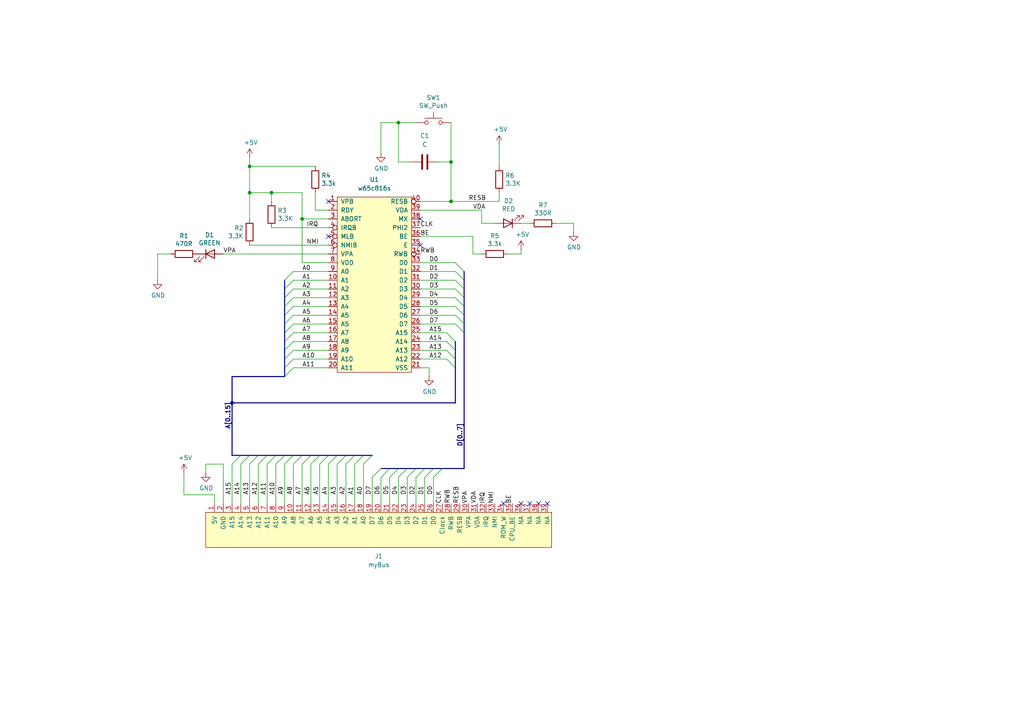
<source format=kicad_sch>
(kicad_sch (version 20231120) (generator "eeschema") (generator_version "8.0")
  (paper "A4")
  (title_block (title "CPU"))
  (lib_symbols
    (symbol "6502:myBus" (pin_names (offset 1.016))
      (property "Reference" "J" (at 57.15 1.27 0))
      (property "Value" "myBus" (at 0 -1.27 0))
      (symbol "myBus_0_1"
        (rectangle (start -44.45 5.08) (end 55.88 -5.08) (fill (type background)))
      )
      (symbol "myBus_1_1"
        (pin power_in line (at -41.91 7.62 270) (length 2.54) (name "5V") (number "1"))
        (pin passive line (at -19.05 7.62 270) (length 2.54) (name "A8") (number "10"))
        (pin passive line (at -16.51 7.62 270) (length 2.54) (name "A7") (number "11"))
        (pin passive line (at -13.97 7.62 270) (length 2.54) (name "A6") (number "12"))
        (pin passive line (at -11.43 7.62 270) (length 2.54) (name "A5") (number "13"))
        (pin passive line (at -8.89 7.62 270) (length 2.54) (name "A4") (number "14"))
        (pin passive line (at -6.35 7.62 270) (length 2.54) (name "A3") (number "15"))
        (pin passive line (at -3.81 7.62 270) (length 2.54) (name "A2") (number "16"))
        (pin passive line (at -1.27 7.62 270) (length 2.54) (name "A1") (number "17"))
        (pin passive line (at 1.27 7.62 270) (length 2.54) (name "A0") (number "18"))
        (pin passive line (at 3.81 7.62 270) (length 2.54) (name "D7") (number "19"))
        (pin power_in line (at -39.37 7.62 270) (length 2.54) (name "GND") (number "2"))
        (pin passive line (at 6.35 7.62 270) (length 2.54) (name "D6") (number "20"))
        (pin passive line (at 8.89 7.62 270) (length 2.54) (name "D5") (number "21"))
        (pin passive line (at 11.43 7.62 270) (length 2.54) (name "D4") (number "22"))
        (pin passive line (at 13.97 7.62 270) (length 2.54) (name "D3") (number "23"))
        (pin passive line (at 16.51 7.62 270) (length 2.54) (name "D2") (number "24"))
        (pin passive line (at 19.05 7.62 270) (length 2.54) (name "D1") (number "25"))
        (pin passive line (at 21.59 7.62 270) (length 2.54) (name "D0") (number "26"))
        (pin passive line (at 24.13 7.62 270) (length 2.54) (name "Clock") (number "27"))
        (pin passive line (at 26.67 7.62 270) (length 2.54) (name "RWB") (number "28"))
        (pin passive line (at 29.21 7.62 270) (length 2.54) (name "RESB") (number "29"))
        (pin passive line (at -36.83 7.62 270) (length 2.54) (name "A15") (number "3"))
        (pin passive line (at 31.75 7.62 270) (length 2.54) (name "VPA") (number "30"))
        (pin passive line (at 34.29 7.62 270) (length 2.54) (name "VDA") (number "31"))
        (pin passive line (at 36.83 7.62 270) (length 2.54) (name "IRQ") (number "32"))
        (pin passive line (at 39.37 7.62 270) (length 2.54) (name "NMI") (number "33"))
        (pin passive line (at 41.91 7.62 270) (length 2.54) (name "ROM_W") (number "34"))
        (pin passive line (at 44.45 7.62 270) (length 2.54) (name "CPU_BE") (number "35"))
        (pin passive line (at 46.99 7.62 270) (length 2.54) (name "NA") (number "36"))
        (pin passive line (at 49.53 7.62 270) (length 2.54) (name "NA") (number "37"))
        (pin passive line (at 52.07 7.62 270) (length 2.54) (name "NA") (number "38"))
        (pin passive line (at 54.61 7.62 270) (length 2.54) (name "NA") (number "39"))
        (pin passive line (at -34.29 7.62 270) (length 2.54) (name "A14") (number "4"))
        (pin passive line (at -31.75 7.62 270) (length 2.54) (name "A13") (number "5"))
        (pin passive line (at -29.21 7.62 270) (length 2.54) (name "A12") (number "6"))
        (pin passive line (at -26.67 7.62 270) (length 2.54) (name "A11") (number "7"))
        (pin passive line (at -24.13 7.62 270) (length 2.54) (name "A10") (number "8"))
        (pin passive line (at -21.59 7.62 270) (length 2.54) (name "A9") (number "9"))
      )
    )
    (symbol "6502:w65c816s" (pin_names (offset 1.016))
      (property "Reference" "U" (at 0 25.4 0))
      (property "Value" "w65c816s" (at 0 0 90))
      (symbol "w65c816s_0_1"
        (rectangle (start -11.43 -27.94) (end 10.16 22.86) (fill (type background)))
      )
      (symbol "w65c816s_1_1"
        (pin output line (at -13.97 21.59 0) (length 2.54) (name "VPB") (number "1"))
        (pin output line (at -13.97 -1.27 0) (length 2.54) (name "A1") (number "10"))
        (pin output line (at -13.97 -3.81 0) (length 2.54) (name "A2") (number "11"))
        (pin output line (at -13.97 -6.35 0) (length 2.54) (name "A3") (number "12"))
        (pin output line (at -13.97 -8.89 0) (length 2.54) (name "A4") (number "13"))
        (pin output line (at -13.97 -11.43 0) (length 2.54) (name "A5") (number "14"))
        (pin output line (at -13.97 -13.97 0) (length 2.54) (name "A5") (number "15"))
        (pin output line (at -13.97 -16.51 0) (length 2.54) (name "A7") (number "16"))
        (pin output line (at -13.97 -19.05 0) (length 2.54) (name "A8") (number "17"))
        (pin output line (at -13.97 -21.59 0) (length 2.54) (name "A9") (number "18"))
        (pin output line (at -13.97 -24.13 0) (length 2.54) (name "A10") (number "19"))
        (pin bidirectional line (at -13.97 19.05 0) (length 2.54) (name "RDY") (number "2"))
        (pin output line (at -13.97 -26.67 0) (length 2.54) (name "A11") (number "20"))
        (pin power_in line (at 12.7 -26.67 180) (length 2.54) (name "VSS") (number "21"))
        (pin output line (at 12.7 -24.13 180) (length 2.54) (name "A12") (number "22"))
        (pin output line (at 12.7 -21.59 180) (length 2.54) (name "A13") (number "23"))
        (pin output line (at 12.7 -19.05 180) (length 2.54) (name "A14") (number "24"))
        (pin output line (at 12.7 -16.51 180) (length 2.54) (name "A15") (number "25"))
        (pin bidirectional line (at 12.7 -13.97 180) (length 2.54) (name "D7") (number "26"))
        (pin bidirectional line (at 12.7 -11.43 180) (length 2.54) (name "D6") (number "27"))
        (pin bidirectional line (at 12.7 -8.89 180) (length 2.54) (name "D5") (number "28"))
        (pin bidirectional line (at 12.7 -6.35 180) (length 2.54) (name "D4") (number "29"))
        (pin input line (at -13.97 16.51 0) (length 2.54) (name "ABORT") (number "3"))
        (pin bidirectional line (at 12.7 -3.81 180) (length 2.54) (name "D3") (number "30"))
        (pin bidirectional line (at 12.7 -1.27 180) (length 2.54) (name "D2") (number "31"))
        (pin bidirectional line (at 12.7 1.27 180) (length 2.54) (name "D1") (number "32"))
        (pin bidirectional line (at 12.7 3.81 180) (length 2.54) (name "D0") (number "33"))
        (pin output inverted (at 12.7 6.35 180) (length 2.54) (name "RWB") (number "34"))
        (pin output line (at 12.7 8.89 180) (length 2.54) (name "E") (number "35"))
        (pin input line (at 12.7 11.43 180) (length 2.54) (name "BE") (number "36"))
        (pin input line (at 12.7 13.97 180) (length 2.54) (name "PHI2") (number "37"))
        (pin output line (at 12.7 16.51 180) (length 2.54) (name "MX") (number "38"))
        (pin output line (at 12.7 19.05 180) (length 2.54) (name "VDA") (number "39"))
        (pin input inverted (at -13.97 13.97 0) (length 2.54) (name "IRQB") (number "4"))
        (pin input inverted (at 12.7 21.59 180) (length 2.54) (name "RESB") (number "40"))
        (pin output inverted (at -13.97 11.43 0) (length 2.54) (name "MLB") (number "5"))
        (pin input inverted (at -13.97 8.89 0) (length 2.54) (name "NMIB") (number "6"))
        (pin output line (at -13.97 6.35 0) (length 2.54) (name "VPA") (number "7"))
        (pin power_in line (at -13.97 3.81 0) (length 2.54) (name "VDD") (number "8"))
        (pin output line (at -13.97 1.27 0) (length 2.54) (name "A0") (number "9"))
      )
    )
    (symbol "Device:C" (pin_numbers hide) (pin_names (offset 0.254))
      (property "Reference" "C" (at 0.635 2.54 0))
      (property "Value" "C" (at 0.635 -2.54 0))
      (symbol "C_0_1"
        (polyline (pts (xy -2.032 -0.762) (xy 2.032 -0.762)) (stroke (width 0.508)))
        (polyline (pts (xy -2.032 0.762) (xy 2.032 0.762)) (stroke (width 0.508)))
      )
      (symbol "C_1_1"
        (pin passive line (at 0 3.81 270) (length 2.794) (name "~") (number "1"))
        (pin passive line (at 0 -3.81 90) (length 2.794) (name "~") (number "2"))
      )
    )
    (symbol "Device:LED" (pin_numbers hide) (pin_names (offset 1.016) hide)
      (property "Reference" "D" (at 0 2.54 0))
      (property "Value" "LED" (at 0 -2.54 0))
      (symbol "LED_0_1"
        (polyline (pts (xy -1.27 -1.27) (xy -1.27 1.27)) (stroke (width 0.254)))
        (polyline (pts (xy -1.27 0) (xy 1.27 0)))
        (polyline (pts (xy 1.27 -1.27) (xy 1.27 1.27) (xy -1.27 0) (xy 1.27 -1.27)) (stroke (width 0.254)))
        (polyline (pts (xy -3.048 -0.762) (xy -4.572 -2.286) (xy -3.81 -2.286) (xy -4.572 -2.286) (xy -4.572 -1.524)))
        (polyline (pts (xy -1.778 -0.762) (xy -3.302 -2.286) (xy -2.54 -2.286) (xy -3.302 -2.286) (xy -3.302 -1.524)))
      )
      (symbol "LED_1_1"
        (pin passive line (at -3.81 0 0) (length 2.54) (name "K") (number "1"))
        (pin passive line (at 3.81 0 180) (length 2.54) (name "A") (number "2"))
      )
    )
    (symbol "Device:R" (pin_numbers hide) (pin_names (offset 0))
      (property "Reference" "R" (at 2.032 0 90))
      (property "Value" "R" (at 0 0 90))
      (symbol "R_0_1"
        (rectangle (start -1.016 -2.54) (end 1.016 2.54) (stroke (width 0.254)))
      )
      (symbol "R_1_1"
        (pin passive line (at 0 3.81 270) (length 1.27) (name "~") (number "1"))
        (pin passive line (at 0 -3.81 90) (length 1.27) (name "~") (number "2"))
      )
    )
    (symbol "Switch:SW_Push" (pin_numbers hide) (pin_names (offset 1.016) hide)
      (property "Reference" "SW" (at 1.27 2.54 0))
      (property "Value" "SW_Push" (at 0 -1.524 0))
      (symbol "SW_Push_0_1"
        (circle (center -2.032 0) (radius 0.508))
        (polyline (pts (xy 0 1.27) (xy 0 3.048)))
        (polyline (pts (xy 2.54 1.27) (xy -2.54 1.27)))
        (circle (center 2.032 0) (radius 0.508))
        (pin passive line (at -5.08 0 0) (length 2.54) (name "1") (number "1"))
        (pin passive line (at 5.08 0 180) (length 2.54) (name "2") (number "2"))
      )
    )
    (symbol "power:+5V" (power) (pin_numbers hide) (pin_names (offset 0) hide)
      (property "Value" "+5V" (at 0 3.556 0))
      (symbol "+5V_0_1"
        (polyline (pts (xy -0.762 1.27) (xy 0 2.54)))
        (polyline (pts (xy 0 0) (xy 0 2.54)))
        (polyline (pts (xy 0 2.54) (xy 0.762 1.27)))
      )
      (symbol "+5V_1_1"
        (pin power_in line (at 0 0 90) (length 0) (name "~") (number "1"))
      )
    )
    (symbol "power:GND" (power) (pin_numbers hide) (pin_names (offset 0) hide)
      (property "Value" "GND" (at 0 -3.81 0))
      (symbol "GND_0_1"
        (polyline (pts (xy 0 0) (xy 0 -1.27) (xy 1.27 -1.27) (xy 0 -2.54) (xy -1.27 -1.27) (xy 0 -1.27)))
      )
      (symbol "GND_1_1"
        (pin power_in line (at 0 0 270) (length 0) (name "~") (number "1"))
      )
    )
  )
  (junction (at 67.31 116.84))
  (junction (at 72.39 48.26))
  (junction (at 130.81 46.99))
  (junction (at 87.63 63.5))
  (junction (at 115.57 35.56))
  (junction (at 78.74 55.88))
  (junction (at 130.81 58.42))
  (junction (at 72.39 55.88))
  (no_connect (at 158.75 146.05))
  (no_connect (at 121.92 63.5))
  (no_connect (at 156.21 146.05))
  (no_connect (at 121.92 71.12))
  (no_connect (at 95.25 58.42))
  (no_connect (at 153.67 146.05))
  (no_connect (at 151.13 146.05))
  (no_connect (at 146.05 146.05))
  (no_connect (at 95.25 68.58))
  (bus_entry (at 82.55 96.52) (size 2.54 -2.54))
  (bus_entry (at 97.79 134.62) (size 2.54 -2.54))
  (bus_entry (at 132.08 81.28) (size 2.54 2.54))
  (bus_entry (at 87.63 134.62) (size 2.54 -2.54))
  (bus_entry (at 132.08 78.74) (size 2.54 2.54))
  (bus_entry (at 82.55 101.6) (size 2.54 -2.54))
  (bus_entry (at 118.11 138.43) (size 2.54 -2.54))
  (bus_entry (at 82.55 93.98) (size 2.54 -2.54))
  (bus_entry (at 92.71 134.62) (size 2.54 -2.54))
  (bus_entry (at 82.55 83.82) (size 2.54 -2.54))
  (bus_entry (at 107.95 138.43) (size 2.54 -2.54))
  (bus_entry (at 80.01 134.62) (size 2.54 -2.54))
  (bus_entry (at 102.87 134.62) (size 2.54 -2.54))
  (bus_entry (at 95.25 134.62) (size 2.54 -2.54))
  (bus_entry (at 82.55 86.36) (size 2.54 -2.54))
  (bus_entry (at 72.39 134.62) (size 2.54 -2.54))
  (bus_entry (at 129.54 99.06) (size 2.54 2.54))
  (bus_entry (at 123.19 138.43) (size 2.54 -2.54))
  (bus_entry (at 85.09 134.62) (size 2.54 -2.54))
  (bus_entry (at 113.03 138.43) (size 2.54 -2.54))
  (bus_entry (at 82.55 99.06) (size 2.54 -2.54))
  (bus_entry (at 82.55 104.14) (size 2.54 -2.54))
  (bus_entry (at 132.08 88.9) (size 2.54 2.54))
  (bus_entry (at 77.47 134.62) (size 2.54 -2.54))
  (bus_entry (at 129.54 96.52) (size 2.54 2.54))
  (bus_entry (at 132.08 86.36) (size 2.54 2.54))
  (bus_entry (at 82.55 134.62) (size 2.54 -2.54))
  (bus_entry (at 82.55 109.22) (size 2.54 -2.54))
  (bus_entry (at 74.93 134.62) (size 2.54 -2.54))
  (bus_entry (at 110.49 138.43) (size 2.54 -2.54))
  (bus_entry (at 69.85 134.62) (size 2.54 -2.54))
  (bus_entry (at 129.54 101.6) (size 2.54 2.54))
  (bus_entry (at 132.08 91.44) (size 2.54 2.54))
  (bus_entry (at 67.31 134.62) (size 2.54 -2.54))
  (bus_entry (at 100.33 134.62) (size 2.54 -2.54))
  (bus_entry (at 82.55 91.44) (size 2.54 -2.54))
  (bus_entry (at 132.08 83.82) (size 2.54 2.54))
  (bus_entry (at 120.65 138.43) (size 2.54 -2.54))
  (bus_entry (at 105.41 134.62) (size 2.54 -2.54))
  (bus_entry (at 82.55 106.68) (size 2.54 -2.54))
  (bus_entry (at 132.08 76.2) (size 2.54 2.54))
  (bus_entry (at 125.73 138.43) (size 2.54 -2.54))
  (bus_entry (at 132.08 93.98) (size 2.54 2.54))
  (bus_entry (at 129.54 104.14) (size 2.54 2.54))
  (bus_entry (at 82.55 81.28) (size 2.54 -2.54))
  (bus_entry (at 82.55 88.9) (size 2.54 -2.54))
  (bus_entry (at 90.17 134.62) (size 2.54 -2.54))
  (bus_entry (at 115.57 138.43) (size 2.54 -2.54))
  (bus (pts (xy 123.19 135.89) (xy 125.73 135.89)))
  (wire (pts (xy 100.33 134.62) (xy 100.33 146.05)))
  (wire (pts (xy 78.74 66.04) (xy 95.25 66.04)))
  (wire (pts (xy 85.09 86.36) (xy 95.25 86.36)))
  (wire (pts (xy 118.11 138.43) (xy 118.11 146.05)))
  (wire (pts (xy 121.92 76.2) (xy 132.08 76.2)))
  (wire (pts (xy 144.78 58.42) (xy 130.81 58.42)))
  (wire (pts (xy 95.25 91.44) (xy 85.09 91.44)))
  (wire (pts (xy 115.57 46.99) (xy 119.38 46.99)))
  (wire (pts (xy 95.25 106.68) (xy 85.09 106.68)))
  (wire (pts (xy 132.08 83.82) (xy 121.92 83.82)))
  (bus (pts (xy 82.55 93.98) (xy 82.55 96.52)))
  (wire (pts (xy 91.44 55.88) (xy 91.44 60.96)))
  (wire (pts (xy 161.29 64.77) (xy 166.37 64.77)))
  (wire (pts (xy 87.63 146.05) (xy 87.63 134.62)))
  (bus (pts (xy 134.62 78.74) (xy 134.62 81.28)))
  (bus (pts (xy 82.55 81.28) (xy 82.55 83.82)))
  (bus (pts (xy 134.62 88.9) (xy 134.62 91.44)))
  (wire (pts (xy 90.17 134.62) (xy 90.17 146.05)))
  (bus (pts (xy 80.01 132.08) (xy 82.55 132.08)))
  (wire (pts (xy 95.25 101.6) (xy 85.09 101.6)))
  (wire (pts (xy 121.92 60.96) (xy 139.7 60.96)))
  (bus (pts (xy 77.47 132.08) (xy 80.01 132.08)))
  (bus (pts (xy 82.55 99.06) (xy 82.55 101.6)))
  (bus (pts (xy 115.57 135.89) (xy 118.11 135.89)))
  (wire (pts (xy 97.79 134.62) (xy 97.79 146.05)))
  (bus (pts (xy 82.55 101.6) (xy 82.55 104.14)))
  (wire (pts (xy 130.81 46.99) (xy 130.81 58.42)))
  (wire (pts (xy 95.25 134.62) (xy 95.25 146.05)))
  (wire (pts (xy 72.39 48.26) (xy 72.39 45.72)))
  (bus (pts (xy 132.08 106.68) (xy 132.08 116.84)))
  (wire (pts (xy 144.78 55.88) (xy 144.78 58.42)))
  (wire (pts (xy 115.57 35.56) (xy 110.49 35.56)))
  (wire (pts (xy 78.74 55.88) (xy 87.63 55.88)))
  (bus (pts (xy 69.85 132.08) (xy 72.39 132.08)))
  (wire (pts (xy 102.87 134.62) (xy 102.87 146.05)))
  (bus (pts (xy 132.08 116.84) (xy 67.31 116.84)))
  (wire (pts (xy 45.72 81.28) (xy 45.72 73.66)))
  (wire (pts (xy 121.92 99.06) (xy 129.54 99.06)))
  (bus (pts (xy 74.93 132.08) (xy 77.47 132.08)))
  (bus (pts (xy 82.55 83.82) (xy 82.55 86.36)))
  (wire (pts (xy 123.19 146.05) (xy 123.19 138.43)))
  (wire (pts (xy 85.09 104.14) (xy 95.25 104.14)))
  (wire (pts (xy 124.46 106.68) (xy 124.46 109.22)))
  (wire (pts (xy 113.03 138.43) (xy 113.03 146.05)))
  (wire (pts (xy 62.23 143.51) (xy 53.34 143.51)))
  (wire (pts (xy 82.55 146.05) (xy 82.55 134.62)))
  (wire (pts (xy 59.69 137.16) (xy 59.69 134.62)))
  (wire (pts (xy 78.74 58.42) (xy 78.74 55.88)))
  (wire (pts (xy 121.92 81.28) (xy 132.08 81.28)))
  (bus (pts (xy 95.25 132.08) (xy 97.79 132.08)))
  (bus (pts (xy 100.33 132.08) (xy 102.87 132.08)))
  (bus (pts (xy 128.27 135.89) (xy 134.62 135.89)))
  (bus (pts (xy 82.55 96.52) (xy 82.55 99.06)))
  (wire (pts (xy 62.23 146.05) (xy 62.23 143.51)))
  (wire (pts (xy 69.85 134.62) (xy 69.85 146.05)))
  (bus (pts (xy 134.62 91.44) (xy 134.62 93.98)))
  (wire (pts (xy 125.73 138.43) (xy 125.73 146.05)))
  (bus (pts (xy 90.17 132.08) (xy 92.71 132.08)))
  (wire (pts (xy 121.92 101.6) (xy 129.54 101.6)))
  (wire (pts (xy 121.92 91.44) (xy 132.08 91.44)))
  (wire (pts (xy 115.57 46.99) (xy 115.57 35.56)))
  (bus (pts (xy 132.08 104.14) (xy 132.08 106.68)))
  (wire (pts (xy 95.25 76.2) (xy 87.63 76.2)))
  (bus (pts (xy 82.55 88.9) (xy 82.55 91.44)))
  (bus (pts (xy 67.31 109.22) (xy 82.55 109.22)))
  (bus (pts (xy 134.62 86.36) (xy 134.62 88.9)))
  (wire (pts (xy 85.09 99.06) (xy 95.25 99.06)))
  (wire (pts (xy 80.01 134.62) (xy 80.01 146.05)))
  (wire (pts (xy 151.13 73.66) (xy 151.13 72.39)))
  (wire (pts (xy 121.92 58.42) (xy 130.81 58.42)))
  (bus (pts (xy 113.03 135.89) (xy 115.57 135.89)))
  (wire (pts (xy 85.09 134.62) (xy 85.09 146.05)))
  (wire (pts (xy 91.44 60.96) (xy 95.25 60.96)))
  (wire (pts (xy 132.08 78.74) (xy 121.92 78.74)))
  (wire (pts (xy 139.7 60.96) (xy 139.7 64.77)))
  (wire (pts (xy 53.34 143.51) (xy 53.34 137.16)))
  (wire (pts (xy 72.39 71.12) (xy 95.25 71.12)))
  (bus (pts (xy 105.41 132.08) (xy 107.95 132.08)))
  (wire (pts (xy 64.77 73.66) (xy 95.25 73.66)))
  (bus (pts (xy 82.55 106.68) (xy 82.55 109.22)))
  (bus (pts (xy 120.65 135.89) (xy 123.19 135.89)))
  (wire (pts (xy 166.37 64.77) (xy 166.37 67.31)))
  (wire (pts (xy 120.65 35.56) (xy 115.57 35.56)))
  (wire (pts (xy 72.39 55.88) (xy 72.39 48.26)))
  (wire (pts (xy 85.09 88.9) (xy 95.25 88.9)))
  (wire (pts (xy 105.41 134.62) (xy 105.41 146.05)))
  (bus (pts (xy 134.62 96.52) (xy 134.62 135.89)))
  (wire (pts (xy 85.09 93.98) (xy 95.25 93.98)))
  (bus (pts (xy 87.63 132.08) (xy 90.17 132.08)))
  (wire (pts (xy 110.49 146.05) (xy 110.49 138.43)))
  (wire (pts (xy 144.78 41.91) (xy 144.78 48.26)))
  (bus (pts (xy 132.08 101.6) (xy 132.08 104.14)))
  (bus (pts (xy 82.55 91.44) (xy 82.55 93.98)))
  (wire (pts (xy 132.08 93.98) (xy 121.92 93.98)))
  (wire (pts (xy 121.92 96.52) (xy 129.54 96.52)))
  (wire (pts (xy 110.49 35.56) (xy 110.49 44.45)))
  (wire (pts (xy 72.39 55.88) (xy 72.39 63.5)))
  (wire (pts (xy 45.72 73.66) (xy 49.53 73.66)))
  (wire (pts (xy 74.93 134.62) (xy 74.93 146.05)))
  (wire (pts (xy 87.63 55.88) (xy 87.63 63.5)))
  (wire (pts (xy 137.16 73.66) (xy 139.7 73.66)))
  (wire (pts (xy 85.09 78.74) (xy 95.25 78.74)))
  (bus (pts (xy 67.31 132.08) (xy 69.85 132.08)))
  (wire (pts (xy 139.7 64.77) (xy 143.51 64.77)))
  (bus (pts (xy 134.62 93.98) (xy 134.62 96.52)))
  (bus (pts (xy 134.62 83.82) (xy 134.62 86.36)))
  (bus (pts (xy 132.08 99.06) (xy 132.08 101.6)))
  (bus (pts (xy 67.31 116.84) (xy 67.31 109.22)))
  (wire (pts (xy 77.47 146.05) (xy 77.47 134.62)))
  (wire (pts (xy 92.71 146.05) (xy 92.71 134.62)))
  (wire (pts (xy 127 46.99) (xy 130.81 46.99)))
  (wire (pts (xy 115.57 146.05) (xy 115.57 138.43)))
  (wire (pts (xy 121.92 86.36) (xy 132.08 86.36)))
  (bus (pts (xy 118.11 135.89) (xy 120.65 135.89)))
  (wire (pts (xy 59.69 134.62) (xy 64.77 134.62)))
  (wire (pts (xy 95.25 96.52) (xy 85.09 96.52)))
  (wire (pts (xy 87.63 63.5) (xy 95.25 63.5)))
  (wire (pts (xy 137.16 68.58) (xy 137.16 73.66)))
  (bus (pts (xy 102.87 132.08) (xy 105.41 132.08)))
  (bus (pts (xy 125.73 135.89) (xy 128.27 135.89)))
  (wire (pts (xy 91.44 48.26) (xy 72.39 48.26)))
  (wire (pts (xy 121.92 104.14) (xy 129.54 104.14)))
  (wire (pts (xy 87.63 76.2) (xy 87.63 63.5)))
  (wire (pts (xy 130.81 35.56) (xy 130.81 46.99)))
  (bus (pts (xy 82.55 104.14) (xy 82.55 106.68)))
  (bus (pts (xy 134.62 81.28) (xy 134.62 83.82)))
  (wire (pts (xy 64.77 134.62) (xy 64.77 146.05)))
  (bus (pts (xy 92.71 132.08) (xy 95.25 132.08)))
  (bus (pts (xy 82.55 86.36) (xy 82.55 88.9)))
  (wire (pts (xy 85.09 81.28) (xy 95.25 81.28)))
  (bus (pts (xy 67.31 116.84) (xy 67.31 132.08)))
  (wire (pts (xy 67.31 134.62) (xy 67.31 146.05)))
  (wire (pts (xy 121.92 106.68) (xy 124.46 106.68)))
  (wire (pts (xy 107.95 138.43) (xy 107.95 146.05)))
  (wire (pts (xy 72.39 134.62) (xy 72.39 146.05)))
  (wire (pts (xy 151.13 64.77) (xy 153.67 64.77)))
  (wire (pts (xy 85.09 83.82) (xy 95.25 83.82)))
  (wire (pts (xy 78.74 55.88) (xy 72.39 55.88)))
  (wire (pts (xy 121.92 68.58) (xy 137.16 68.58)))
  (wire (pts (xy 147.32 73.66) (xy 151.13 73.66)))
  (wire (pts (xy 120.65 138.43) (xy 120.65 146.05)))
  (bus (pts (xy 85.09 132.08) (xy 87.63 132.08)))
  (bus (pts (xy 82.55 132.08) (xy 85.09 132.08)))
  (bus (pts (xy 110.49 135.89) (xy 113.03 135.89)))
  (bus (pts (xy 72.39 132.08) (xy 74.93 132.08)))
  (bus (pts (xy 97.79 132.08) (xy 100.33 132.08)))
  (wire (pts (xy 132.08 88.9) (xy 121.92 88.9)))
  (label "A6" (at 87.63 93.98 0))
  (label "A11" (at 87.63 106.68 0))
  (label "A10" (at 80.01 143.51 90))
  (label "A15" (at 124.46 96.52 0))
  (label "IRQ" (at 88.9 66.04 0))
  (label "A12" (at 74.93 143.51 90))
  (label "D6" (at 110.49 143.51 90))
  (label "A9" (at 87.63 101.6 0))
  (label "A0" (at 87.63 78.74 0))
  (label "A5" (at 92.71 143.51 90))
  (label "A4" (at 87.63 88.9 0))
  (label "A10" (at 87.63 104.14 0))
  (label "D3" (at 124.46 83.82 0))
  (label "VPA" (at 64.77 73.66 0))
  (label "A15" (at 67.31 143.51 90))
  (label "A7" (at 87.63 96.52 0))
  (label "RWB" (at 121.92 73.66 0))
  (label "D1" (at 124.46 78.74 0))
  (label "BE" (at 121.92 68.58 0))
  (label "A[0..15]" (at 67.31 124.46 90) (effects (font (bold yes))))
  (label "NMI" (at 88.9 71.12 0))
  (label "D3" (at 118.11 143.51 90))
  (label "A0" (at 105.41 143.51 90))
  (label "A7" (at 87.63 143.51 90))
  (label "A8" (at 87.63 99.06 0))
  (label "NMI" (at 143.51 146.05 90))
  (label "A1" (at 87.63 81.28 0))
  (label "D7" (at 107.95 143.51 90))
  (label "RWB" (at 130.81 146.05 90))
  (label "A2" (at 100.33 143.51 90))
  (label "RESB" (at 133.35 146.05 90))
  (label "VPA" (at 135.89 146.05 90))
  (label "D1" (at 123.19 143.51 90))
  (label "CLK" (at 121.92 66.04 0))
  (label "D6" (at 124.46 91.44 0))
  (label "A9" (at 82.55 143.51 90))
  (label "A3" (at 87.63 86.36 0))
  (label "D2" (at 120.65 143.51 90))
  (label "A14" (at 69.85 143.51 90))
  (label "RESB" (at 135.89 58.42 0))
  (label "A4" (at 95.25 143.51 90))
  (label "D2" (at 124.46 81.28 0))
  (label "A2" (at 87.63 83.82 0))
  (label "A14" (at 124.46 99.06 0))
  (label "D5" (at 113.03 143.51 90))
  (label "A8" (at 85.09 143.51 90))
  (label "D7" (at 124.46 93.98 0))
  (label "D4" (at 115.57 143.51 90))
  (label "D[0..7]" (at 134.62 129.54 90) (effects (font (bold yes))))
  (label "IRQ" (at 140.97 146.05 90))
  (label "D4" (at 124.46 86.36 0))
  (label "A13" (at 124.46 101.6 0))
  (label "A6" (at 90.17 143.51 90))
  (label "D0" (at 124.46 76.2 0))
  (label "BE" (at 148.59 146.05 90))
  (label "A3" (at 97.79 143.51 90))
  (label "A1" (at 102.87 143.51 90))
  (label "A13" (at 72.39 143.51 90))
  (label "A5" (at 87.63 91.44 0))
  (label "D0" (at 125.73 143.51 90))
  (label "A11" (at 77.47 143.51 90))
  (label "D5" (at 124.46 88.9 0))
  (label "VDA" (at 138.43 146.05 90))
  (label "A12" (at 124.46 104.14 0))
  (label "CLK" (at 128.27 146.05 90))
  (label "VDA" (at 137.16 60.96 0))
  (symbol (lib_id "6502:myBus") (at 104.14 153.67 0) (unit 1)
    (property "Reference" "J1" (at 109.855 161.29 0))
    (property "Value" "myBus" (at 109.855 163.83 0))
  )
  (symbol (lib_id "power:GND") (at 110.49 44.45 0) (unit 1)
    (property "Reference" "#PWR07" (effects (hide yes)))
    (property "Value" "GND" (at 110.617 48.8442 0))
    (property "Description" "Power symbol creates a global label with name \"GND\" , ground" (effects (hide yes)))
  )
  (symbol (lib_id "Switch:SW_Push") (at 125.73 35.56 0) (unit 1)
    (property "Reference" "SW1" (at 125.73 28.321 0))
    (property "Value" "SW_Push" (at 125.73 30.6324 0))
    (property "Description" "Push button switch, generic, two pins" (effects (hide yes)))
  )
  (symbol (lib_id "power:GND") (at 45.72 81.28 0) (unit 1)
    (property "Reference" "#PWR03" (effects (hide yes)))
    (property "Value" "GND" (at 45.847 85.6742 0))
    (property "Description" "Power symbol creates a global label with name \"GND\" , ground" (effects (hide yes)))
  )
  (symbol (lib_id "Device:R") (at 144.78 52.07 0) (unit 1)
    (property "Reference" "R6" (at 146.558 50.9016 0) (effects (justify left)))
    (property "Value" "3.3K" (at 146.558 53.213 0) (effects (justify left)))
    (property "Description" "Resistor" (effects (hide yes)))
  )
  (symbol (lib_id "power:GND") (at 124.46 109.22 0) (unit 1)
    (property "Reference" "#PWR08" (effects (hide yes)))
    (property "Value" "GND" (at 124.587 113.6142 0))
    (property "Description" "Power symbol creates a global label with name \"GND\" , ground" (effects (hide yes)))
  )
  (symbol (lib_id "Device:R") (at 72.39 67.31 0) (unit 1)
    (property "Reference" "R2" (at 70.6374 66.1416 0) (effects (justify right)))
    (property "Value" "3.3K" (at 70.6374 68.453 0) (effects (justify right)))
    (property "Description" "Resistor" (effects (hide yes)))
  )
  (symbol (lib_id "Device:LED") (at 60.96 73.66 0) (unit 1)
    (property "Reference" "D1" (at 60.7822 68.1482 0))
    (property "Value" "GREEN" (at 60.7822 70.4596 0))
    (property "Description" "Light emitting diode" (effects (hide yes)))
  )
  (symbol (lib_id "Device:R") (at 91.44 52.07 180) (unit 1)
    (property "Reference" "R4" (at 93.218 50.9016 0) (effects (justify right)))
    (property "Value" "3.3k" (at 93.218 53.213 0) (effects (justify right)))
    (property "Description" "Resistor" (effects (hide yes)))
  )
  (symbol (lib_id "power:GND") (at 59.69 137.16 0) (unit 1)
    (property "Reference" "#PWR05" (effects (hide yes)))
    (property "Value" "GND" (at 59.817 141.5542 0))
    (property "Description" "Power symbol creates a global label with name \"GND\" , ground" (effects (hide yes)))
  )
  (symbol (lib_id "Device:R") (at 53.34 73.66 270) (unit 1)
    (property "Reference" "R1" (at 53.34 68.4022 90))
    (property "Value" "470R" (at 53.34 70.7136 90))
    (property "Description" "Resistor" (effects (hide yes)))
  )
  (symbol (lib_id "Device:R") (at 157.48 64.77 270) (unit 1)
    (property "Reference" "R7" (at 157.48 59.5122 90))
    (property "Value" "330R" (at 157.48 61.8236 90))
    (property "Description" "Resistor" (effects (hide yes)))
  )
  (symbol (lib_id "power:GND") (at 166.37 67.31 0) (unit 1)
    (property "Reference" "#PWR011" (effects (hide yes)))
    (property "Value" "GND" (at 166.497 71.7042 0))
    (property "Description" "Power symbol creates a global label with name \"GND\" , ground" (effects (hide yes)))
  )
  (symbol (lib_id "Device:LED") (at 147.32 64.77 180) (unit 1)
    (property "Reference" "D2" (at 147.4978 58.293 0))
    (property "Value" "RED" (at 147.4978 60.6044 0))
    (property "Description" "Light emitting diode" (effects (hide yes)))
  )
  (symbol (lib_id "6502:w65c816s") (at 109.22 80.01 0) (unit 1)
    (property "Reference" "U1" (at 108.585 52.07 0))
    (property "Value" "w65c816s" (at 108.585 54.61 0))
  )
  (symbol (lib_id "power:+5V") (at 144.78 41.91 0) (unit 1)
    (property "Reference" "#PWR09" (effects (hide yes)))
    (property "Value" "+5V" (at 145.161 37.5158 0))
    (property "Description" "Power symbol creates a global label with name \"+5V\"" (effects (hide yes)))
  )
  (symbol (lib_id "power:+5V") (at 53.34 137.16 0) (unit 1)
    (property "Reference" "#PWR04" (effects (hide yes)))
    (property "Value" "+5V" (at 53.721 132.7658 0))
    (property "Description" "Power symbol creates a global label with name \"+5V\"" (effects (hide yes)))
  )
  (symbol (lib_id "Device:R") (at 143.51 73.66 90) (unit 1)
    (property "Reference" "R5" (at 143.51 68.4022 90))
    (property "Value" "3.3k" (at 143.51 70.7136 90))
    (property "Description" "Resistor" (effects (hide yes)))
  )
  (symbol (lib_id "power:+5V") (at 151.13 72.39 0) (unit 1)
    (property "Reference" "#PWR010" (effects (hide yes)))
    (property "Value" "+5V" (at 151.511 67.9958 0))
    (property "Description" "Power symbol creates a global label with name \"+5V\"" (effects (hide yes)))
  )
  (symbol (lib_id "power:+5V") (at 72.39 45.72 0) (unit 1)
    (property "Reference" "#PWR06" (effects (hide yes)))
    (property "Value" "+5V" (at 72.771 41.3258 0))
    (property "Description" "Power symbol creates a global label with name \"+5V\"" (effects (hide yes)))
  )
  (symbol (lib_id "Device:R") (at 78.74 62.23 0) (unit 1)
    (property "Reference" "R3" (at 80.518 61.0616 0) (effects (justify left)))
    (property "Value" "3.3K" (at 80.518 63.373 0) (effects (justify left)))
    (property "Description" "Resistor" (effects (hide yes)))
  )
  (symbol (lib_id "Device:C") (at 123.19 46.99 90) (unit 1)
    (property "Reference" "C1" (at 123.19 39.37 90))
    (property "Value" "C" (at 123.19 41.91 90))
    (property "Description" "Unpolarized capacitor" (effects (hide yes)))
  )
)
</source>
